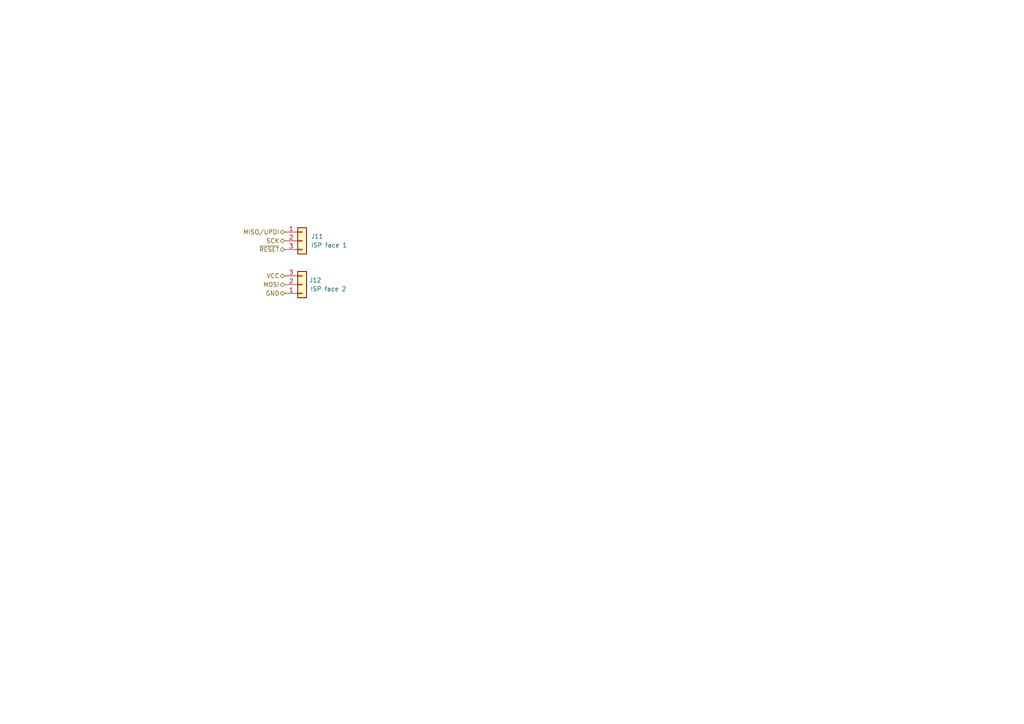
<source format=kicad_sch>
(kicad_sch (version 20211123) (generator eeschema)
  (paper "A4")
  (lib_symbols
    (symbol "Connector_Generic:Conn_01x03" (pin_names (offset 1.016) hide)
      (property "Reference" "J" (at 0 5.08 0))
      (property "Value" "Conn_01x03" (at 0 -5.08 0))
      (symbol "Conn_01x03_1_1"
        (rectangle (start -1.27 -2.413) (end 0 -2.667) (stroke (width 0.1524)))
        (rectangle (start -1.27 0.127) (end 0 -0.127) (stroke (width 0.1524)))
        (rectangle (start -1.27 2.667) (end 0 2.413) (stroke (width 0.1524)))
        (rectangle (start -1.27 3.81) (end 1.27 -3.81) (stroke (width 0.254)) (fill (type background)))
        (pin passive line (at -5.08 2.54 0) (length 3.81) (name "Pin_1") (number "1"))
        (pin passive line (at -5.08 0 0) (length 3.81) (name "Pin_2") (number "2"))
        (pin passive line (at -5.08 -2.54 0) (length 3.81) (name "Pin_3") (number "3"))
      )
    )
  )
  (hierarchical_label "~{RESET}" (shape bidirectional) (at 82.55 72.39 180))
  (hierarchical_label "GND" (shape bidirectional) (at 82.55 85.09 180))
  (hierarchical_label "MOSI" (shape bidirectional) (at 82.55 82.55 180))
  (hierarchical_label "MISO{slash}UPDI" (shape bidirectional) (at 82.55 67.31 180))
  (hierarchical_label "SCK" (shape bidirectional) (at 82.55 69.85 180))
  (hierarchical_label "VCC" (shape bidirectional) (at 82.55 80.01 180))
  (symbol (lib_id "Connector_Generic:Conn_01x03") (at 87.63 82.55 0) (mirror x) (unit 1)
    (property "Reference" "J12" (at 91.44 81.28 0))
    (property "Value" "ISP face 2" (at 95.25 83.82 0))
    (property "Footprint" "Connector_pad_2.54mm:Connector_pad_1x03_L10_P2.54mm" (effects hide))
  )
  (symbol (lib_id "Connector_Generic:Conn_01x03") (at 87.63 69.85 0) (unit 1)
    (property "Reference" "J11" (at 90.17 68.5799 0) (effects (justify left)))
    (property "Value" "ISP face 1" (at 90.17 71.1199 0) (effects (justify left)))
    (property "Footprint" "Connector_pad_2.54mm:Connector_pad_1x03_L10_P2.54mm" (effects hide))
  )
)
</source>
